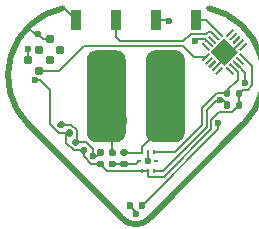
<source format=gbl>
G04 #@! TF.GenerationSoftware,KiCad,Pcbnew,8.0.9-8.0.9-0~ubuntu20.04.1*
G04 #@! TF.CreationDate,2025-12-30T18:39:49+00:00*
G04 #@! TF.ProjectId,nfc-pcb-tag,6e66632d-7063-4622-9d74-61672e6b6963,rev?*
G04 #@! TF.SameCoordinates,Original*
G04 #@! TF.FileFunction,Copper,L2,Bot*
G04 #@! TF.FilePolarity,Positive*
%FSLAX46Y46*%
G04 Gerber Fmt 4.6, Leading zero omitted, Abs format (unit mm)*
G04 Created by KiCad (PCBNEW 8.0.9-8.0.9-0~ubuntu20.04.1) date 2025-12-30 18:39:49*
%MOMM*%
%LPD*%
G01*
G04 APERTURE LIST*
G04 #@! TA.AperFunction,Conductor*
%ADD10C,0.550000*%
G04 #@! TD*
G04 #@! TA.AperFunction,SMDPad,CuDef*
%ADD11R,0.250000X0.400000*%
G04 #@! TD*
G04 #@! TA.AperFunction,SMDPad,CuDef*
%ADD12R,0.400000X0.250000*%
G04 #@! TD*
G04 #@! TA.AperFunction,ConnectorPad*
%ADD13C,0.787400*%
G04 #@! TD*
G04 #@! TA.AperFunction,SMDPad,CuDef*
%ADD14R,0.900000X1.700000*%
G04 #@! TD*
G04 #@! TA.AperFunction,ViaPad*
%ADD15C,0.600000*%
G04 #@! TD*
G04 #@! TA.AperFunction,Conductor*
%ADD16C,0.200000*%
G04 #@! TD*
G04 APERTURE END LIST*
D10*
X63381141Y-40118859D02*
G75*
G02*
X66300000Y-30300000I4118859J4118859D01*
G01*
X63388279Y-40111721D02*
X71250000Y-48000000D01*
X81611721Y-40111721D02*
X73750000Y-48000000D01*
X78700000Y-30300000D02*
G75*
G02*
X81618859Y-40118859I-1200000J-5700000D01*
G01*
X73750000Y-48000000D02*
G75*
G02*
X71250000Y-48000000I-1250000J1000000D01*
G01*
G04 #@! TA.AperFunction,SMDPad,CuDef*
G36*
G01*
X81530000Y-38315000D02*
X81530000Y-38685000D01*
G75*
G02*
X81395000Y-38820000I-135000J0D01*
G01*
X81125000Y-38820000D01*
G75*
G02*
X80990000Y-38685000I0J135000D01*
G01*
X80990000Y-38315000D01*
G75*
G02*
X81125000Y-38180000I135000J0D01*
G01*
X81395000Y-38180000D01*
G75*
G02*
X81530000Y-38315000I0J-135000D01*
G01*
G37*
G04 #@! TD.AperFunction*
G04 #@! TA.AperFunction,SMDPad,CuDef*
G36*
G01*
X80510000Y-38315000D02*
X80510000Y-38685000D01*
G75*
G02*
X80375000Y-38820000I-135000J0D01*
G01*
X80105000Y-38820000D01*
G75*
G02*
X79970000Y-38685000I0J135000D01*
G01*
X79970000Y-38315000D01*
G75*
G02*
X80105000Y-38180000I135000J0D01*
G01*
X80375000Y-38180000D01*
G75*
G02*
X80510000Y-38315000I0J-135000D01*
G01*
G37*
G04 #@! TD.AperFunction*
D11*
X73000000Y-42450000D03*
X73500000Y-42450000D03*
X74000000Y-42450000D03*
D12*
X74250000Y-43250000D03*
D11*
X74000000Y-44050000D03*
X73500000Y-44050000D03*
X73000000Y-44050000D03*
D12*
X72750000Y-43250000D03*
G04 #@! TA.AperFunction,SMDPad,CuDef*
G36*
G01*
X81530000Y-37315000D02*
X81530000Y-37685000D01*
G75*
G02*
X81395000Y-37820000I-135000J0D01*
G01*
X81125000Y-37820000D01*
G75*
G02*
X80990000Y-37685000I0J135000D01*
G01*
X80990000Y-37315000D01*
G75*
G02*
X81125000Y-37180000I135000J0D01*
G01*
X81395000Y-37180000D01*
G75*
G02*
X81530000Y-37315000I0J-135000D01*
G01*
G37*
G04 #@! TD.AperFunction*
G04 #@! TA.AperFunction,SMDPad,CuDef*
G36*
G01*
X80510000Y-37315000D02*
X80510000Y-37685000D01*
G75*
G02*
X80375000Y-37820000I-135000J0D01*
G01*
X80105000Y-37820000D01*
G75*
G02*
X79970000Y-37685000I0J135000D01*
G01*
X79970000Y-37315000D01*
G75*
G02*
X80105000Y-37180000I135000J0D01*
G01*
X80375000Y-37180000D01*
G75*
G02*
X80510000Y-37315000I0J-135000D01*
G01*
G37*
G04 #@! TD.AperFunction*
D13*
X63402962Y-34699013D03*
X64300987Y-35597038D03*
X64300987Y-33800987D03*
X65199013Y-34699013D03*
X65199013Y-32902962D03*
X66097038Y-33800987D03*
D14*
X70800000Y-31300000D03*
X67400000Y-31300000D03*
G04 #@! TA.AperFunction,SMDPad,CuDef*
G36*
G01*
X80724784Y-32073135D02*
X80795494Y-32143845D01*
G75*
G02*
X80795494Y-32214555I-35355J-35355D01*
G01*
X80265164Y-32744885D01*
G75*
G02*
X80194454Y-32744885I-35355J35355D01*
G01*
X80123744Y-32674175D01*
G75*
G02*
X80123744Y-32603465I35355J35355D01*
G01*
X80654074Y-32073135D01*
G75*
G02*
X80724784Y-32073135I35355J-35355D01*
G01*
G37*
G04 #@! TD.AperFunction*
G04 #@! TA.AperFunction,SMDPad,CuDef*
G36*
G01*
X81007627Y-32355977D02*
X81078337Y-32426687D01*
G75*
G02*
X81078337Y-32497397I-35355J-35355D01*
G01*
X80548007Y-33027727D01*
G75*
G02*
X80477297Y-33027727I-35355J35355D01*
G01*
X80406587Y-32957017D01*
G75*
G02*
X80406587Y-32886307I35355J35355D01*
G01*
X80936917Y-32355977D01*
G75*
G02*
X81007627Y-32355977I35355J-35355D01*
G01*
G37*
G04 #@! TD.AperFunction*
G04 #@! TA.AperFunction,SMDPad,CuDef*
G36*
G01*
X81290470Y-32638820D02*
X81361180Y-32709530D01*
G75*
G02*
X81361180Y-32780240I-35355J-35355D01*
G01*
X80830850Y-33310570D01*
G75*
G02*
X80760140Y-33310570I-35355J35355D01*
G01*
X80689430Y-33239860D01*
G75*
G02*
X80689430Y-33169150I35355J35355D01*
G01*
X81219760Y-32638820D01*
G75*
G02*
X81290470Y-32638820I35355J-35355D01*
G01*
G37*
G04 #@! TD.AperFunction*
G04 #@! TA.AperFunction,SMDPad,CuDef*
G36*
G01*
X81573313Y-32921663D02*
X81644023Y-32992373D01*
G75*
G02*
X81644023Y-33063083I-35355J-35355D01*
G01*
X81113693Y-33593413D01*
G75*
G02*
X81042983Y-33593413I-35355J35355D01*
G01*
X80972273Y-33522703D01*
G75*
G02*
X80972273Y-33451993I35355J35355D01*
G01*
X81502603Y-32921663D01*
G75*
G02*
X81573313Y-32921663I35355J-35355D01*
G01*
G37*
G04 #@! TD.AperFunction*
G04 #@! TA.AperFunction,SMDPad,CuDef*
G36*
G01*
X81856155Y-33204506D02*
X81926865Y-33275216D01*
G75*
G02*
X81926865Y-33345926I-35355J-35355D01*
G01*
X81396535Y-33876256D01*
G75*
G02*
X81325825Y-33876256I-35355J35355D01*
G01*
X81255115Y-33805546D01*
G75*
G02*
X81255115Y-33734836I35355J35355D01*
G01*
X81785445Y-33204506D01*
G75*
G02*
X81856155Y-33204506I35355J-35355D01*
G01*
G37*
G04 #@! TD.AperFunction*
G04 #@! TA.AperFunction,SMDPad,CuDef*
G36*
G01*
X81396535Y-34123744D02*
X81926865Y-34654074D01*
G75*
G02*
X81926865Y-34724784I-35355J-35355D01*
G01*
X81856155Y-34795494D01*
G75*
G02*
X81785445Y-34795494I-35355J35355D01*
G01*
X81255115Y-34265164D01*
G75*
G02*
X81255115Y-34194454I35355J35355D01*
G01*
X81325825Y-34123744D01*
G75*
G02*
X81396535Y-34123744I35355J-35355D01*
G01*
G37*
G04 #@! TD.AperFunction*
G04 #@! TA.AperFunction,SMDPad,CuDef*
G36*
G01*
X81113693Y-34406587D02*
X81644023Y-34936917D01*
G75*
G02*
X81644023Y-35007627I-35355J-35355D01*
G01*
X81573313Y-35078337D01*
G75*
G02*
X81502603Y-35078337I-35355J35355D01*
G01*
X80972273Y-34548007D01*
G75*
G02*
X80972273Y-34477297I35355J35355D01*
G01*
X81042983Y-34406587D01*
G75*
G02*
X81113693Y-34406587I35355J-35355D01*
G01*
G37*
G04 #@! TD.AperFunction*
G04 #@! TA.AperFunction,SMDPad,CuDef*
G36*
G01*
X80830850Y-34689430D02*
X81361180Y-35219760D01*
G75*
G02*
X81361180Y-35290470I-35355J-35355D01*
G01*
X81290470Y-35361180D01*
G75*
G02*
X81219760Y-35361180I-35355J35355D01*
G01*
X80689430Y-34830850D01*
G75*
G02*
X80689430Y-34760140I35355J35355D01*
G01*
X80760140Y-34689430D01*
G75*
G02*
X80830850Y-34689430I35355J-35355D01*
G01*
G37*
G04 #@! TD.AperFunction*
G04 #@! TA.AperFunction,SMDPad,CuDef*
G36*
G01*
X80548007Y-34972273D02*
X81078337Y-35502603D01*
G75*
G02*
X81078337Y-35573313I-35355J-35355D01*
G01*
X81007627Y-35644023D01*
G75*
G02*
X80936917Y-35644023I-35355J35355D01*
G01*
X80406587Y-35113693D01*
G75*
G02*
X80406587Y-35042983I35355J35355D01*
G01*
X80477297Y-34972273D01*
G75*
G02*
X80548007Y-34972273I35355J-35355D01*
G01*
G37*
G04 #@! TD.AperFunction*
G04 #@! TA.AperFunction,SMDPad,CuDef*
G36*
G01*
X80265164Y-35255115D02*
X80795494Y-35785445D01*
G75*
G02*
X80795494Y-35856155I-35355J-35355D01*
G01*
X80724784Y-35926865D01*
G75*
G02*
X80654074Y-35926865I-35355J35355D01*
G01*
X80123744Y-35396535D01*
G75*
G02*
X80123744Y-35325825I35355J35355D01*
G01*
X80194454Y-35255115D01*
G75*
G02*
X80265164Y-35255115I35355J-35355D01*
G01*
G37*
G04 #@! TD.AperFunction*
G04 #@! TA.AperFunction,SMDPad,CuDef*
G36*
G01*
X79805546Y-35255115D02*
X79876256Y-35325825D01*
G75*
G02*
X79876256Y-35396535I-35355J-35355D01*
G01*
X79345926Y-35926865D01*
G75*
G02*
X79275216Y-35926865I-35355J35355D01*
G01*
X79204506Y-35856155D01*
G75*
G02*
X79204506Y-35785445I35355J35355D01*
G01*
X79734836Y-35255115D01*
G75*
G02*
X79805546Y-35255115I35355J-35355D01*
G01*
G37*
G04 #@! TD.AperFunction*
G04 #@! TA.AperFunction,SMDPad,CuDef*
G36*
G01*
X79522703Y-34972273D02*
X79593413Y-35042983D01*
G75*
G02*
X79593413Y-35113693I-35355J-35355D01*
G01*
X79063083Y-35644023D01*
G75*
G02*
X78992373Y-35644023I-35355J35355D01*
G01*
X78921663Y-35573313D01*
G75*
G02*
X78921663Y-35502603I35355J35355D01*
G01*
X79451993Y-34972273D01*
G75*
G02*
X79522703Y-34972273I35355J-35355D01*
G01*
G37*
G04 #@! TD.AperFunction*
G04 #@! TA.AperFunction,SMDPad,CuDef*
G36*
G01*
X79239860Y-34689430D02*
X79310570Y-34760140D01*
G75*
G02*
X79310570Y-34830850I-35355J-35355D01*
G01*
X78780240Y-35361180D01*
G75*
G02*
X78709530Y-35361180I-35355J35355D01*
G01*
X78638820Y-35290470D01*
G75*
G02*
X78638820Y-35219760I35355J35355D01*
G01*
X79169150Y-34689430D01*
G75*
G02*
X79239860Y-34689430I35355J-35355D01*
G01*
G37*
G04 #@! TD.AperFunction*
G04 #@! TA.AperFunction,SMDPad,CuDef*
G36*
G01*
X78957017Y-34406587D02*
X79027727Y-34477297D01*
G75*
G02*
X79027727Y-34548007I-35355J-35355D01*
G01*
X78497397Y-35078337D01*
G75*
G02*
X78426687Y-35078337I-35355J35355D01*
G01*
X78355977Y-35007627D01*
G75*
G02*
X78355977Y-34936917I35355J35355D01*
G01*
X78886307Y-34406587D01*
G75*
G02*
X78957017Y-34406587I35355J-35355D01*
G01*
G37*
G04 #@! TD.AperFunction*
G04 #@! TA.AperFunction,SMDPad,CuDef*
G36*
G01*
X78674175Y-34123744D02*
X78744885Y-34194454D01*
G75*
G02*
X78744885Y-34265164I-35355J-35355D01*
G01*
X78214555Y-34795494D01*
G75*
G02*
X78143845Y-34795494I-35355J35355D01*
G01*
X78073135Y-34724784D01*
G75*
G02*
X78073135Y-34654074I35355J35355D01*
G01*
X78603465Y-34123744D01*
G75*
G02*
X78674175Y-34123744I35355J-35355D01*
G01*
G37*
G04 #@! TD.AperFunction*
G04 #@! TA.AperFunction,SMDPad,CuDef*
G36*
G01*
X78214555Y-33204506D02*
X78744885Y-33734836D01*
G75*
G02*
X78744885Y-33805546I-35355J-35355D01*
G01*
X78674175Y-33876256D01*
G75*
G02*
X78603465Y-33876256I-35355J35355D01*
G01*
X78073135Y-33345926D01*
G75*
G02*
X78073135Y-33275216I35355J35355D01*
G01*
X78143845Y-33204506D01*
G75*
G02*
X78214555Y-33204506I35355J-35355D01*
G01*
G37*
G04 #@! TD.AperFunction*
G04 #@! TA.AperFunction,SMDPad,CuDef*
G36*
G01*
X78497397Y-32921663D02*
X79027727Y-33451993D01*
G75*
G02*
X79027727Y-33522703I-35355J-35355D01*
G01*
X78957017Y-33593413D01*
G75*
G02*
X78886307Y-33593413I-35355J35355D01*
G01*
X78355977Y-33063083D01*
G75*
G02*
X78355977Y-32992373I35355J35355D01*
G01*
X78426687Y-32921663D01*
G75*
G02*
X78497397Y-32921663I35355J-35355D01*
G01*
G37*
G04 #@! TD.AperFunction*
G04 #@! TA.AperFunction,SMDPad,CuDef*
G36*
G01*
X78780240Y-32638820D02*
X79310570Y-33169150D01*
G75*
G02*
X79310570Y-33239860I-35355J-35355D01*
G01*
X79239860Y-33310570D01*
G75*
G02*
X79169150Y-33310570I-35355J35355D01*
G01*
X78638820Y-32780240D01*
G75*
G02*
X78638820Y-32709530I35355J35355D01*
G01*
X78709530Y-32638820D01*
G75*
G02*
X78780240Y-32638820I35355J-35355D01*
G01*
G37*
G04 #@! TD.AperFunction*
G04 #@! TA.AperFunction,SMDPad,CuDef*
G36*
G01*
X79063083Y-32355977D02*
X79593413Y-32886307D01*
G75*
G02*
X79593413Y-32957017I-35355J-35355D01*
G01*
X79522703Y-33027727D01*
G75*
G02*
X79451993Y-33027727I-35355J35355D01*
G01*
X78921663Y-32497397D01*
G75*
G02*
X78921663Y-32426687I35355J35355D01*
G01*
X78992373Y-32355977D01*
G75*
G02*
X79063083Y-32355977I35355J-35355D01*
G01*
G37*
G04 #@! TD.AperFunction*
G04 #@! TA.AperFunction,SMDPad,CuDef*
G36*
G01*
X79345926Y-32073135D02*
X79876256Y-32603465D01*
G75*
G02*
X79876256Y-32674175I-35355J-35355D01*
G01*
X79805546Y-32744885D01*
G75*
G02*
X79734836Y-32744885I-35355J35355D01*
G01*
X79204506Y-32214555D01*
G75*
G02*
X79204506Y-32143845I35355J35355D01*
G01*
X79275216Y-32073135D01*
G75*
G02*
X79345926Y-32073135I35355J-35355D01*
G01*
G37*
G04 #@! TD.AperFunction*
G04 #@! TA.AperFunction,HeatsinkPad*
G36*
X80000000Y-32833274D02*
G01*
X81166726Y-34000000D01*
X80000000Y-35166726D01*
X78833274Y-34000000D01*
X80000000Y-32833274D01*
G37*
G04 #@! TD.AperFunction*
G04 #@! TA.AperFunction,SMDPad,CuDef*
G36*
G01*
X67157609Y-40917193D02*
X66917193Y-41157609D01*
G75*
G02*
X66719203Y-41157609I-98995J98995D01*
G01*
X66521213Y-40959619D01*
G75*
G02*
X66521213Y-40761629I98995J98995D01*
G01*
X66761629Y-40521213D01*
G75*
G02*
X66959619Y-40521213I98995J-98995D01*
G01*
X67157609Y-40719203D01*
G75*
G02*
X67157609Y-40917193I-98995J-98995D01*
G01*
G37*
G04 #@! TD.AperFunction*
G04 #@! TA.AperFunction,SMDPad,CuDef*
G36*
G01*
X66478787Y-40238371D02*
X66238371Y-40478787D01*
G75*
G02*
X66040381Y-40478787I-98995J98995D01*
G01*
X65842391Y-40280797D01*
G75*
G02*
X65842391Y-40082807I98995J98995D01*
G01*
X66082807Y-39842391D01*
G75*
G02*
X66280797Y-39842391I98995J-98995D01*
G01*
X66478787Y-40040381D01*
G75*
G02*
X66478787Y-40238371I-98995J-98995D01*
G01*
G37*
G04 #@! TD.AperFunction*
G04 #@! TA.AperFunction,SMDPad,CuDef*
G36*
G01*
X68407609Y-42417193D02*
X68167193Y-42657609D01*
G75*
G02*
X67969203Y-42657609I-98995J98995D01*
G01*
X67771213Y-42459619D01*
G75*
G02*
X67771213Y-42261629I98995J98995D01*
G01*
X68011629Y-42021213D01*
G75*
G02*
X68209619Y-42021213I98995J-98995D01*
G01*
X68407609Y-42219203D01*
G75*
G02*
X68407609Y-42417193I-98995J-98995D01*
G01*
G37*
G04 #@! TD.AperFunction*
G04 #@! TA.AperFunction,SMDPad,CuDef*
G36*
G01*
X67728787Y-41738371D02*
X67488371Y-41978787D01*
G75*
G02*
X67290381Y-41978787I-98995J98995D01*
G01*
X67092391Y-41780797D01*
G75*
G02*
X67092391Y-41582807I98995J98995D01*
G01*
X67332807Y-41342391D01*
G75*
G02*
X67530797Y-41342391I98995J-98995D01*
G01*
X67728787Y-41540381D01*
G75*
G02*
X67728787Y-41738371I-98995J-98995D01*
G01*
G37*
G04 #@! TD.AperFunction*
X77600000Y-31300000D03*
X74200000Y-31300000D03*
G04 #@! TA.AperFunction,SMDPad,CuDef*
G36*
G01*
X73280000Y-46815000D02*
X73280000Y-47185000D01*
G75*
G02*
X73145000Y-47320000I-135000J0D01*
G01*
X72875000Y-47320000D01*
G75*
G02*
X72740000Y-47185000I0J135000D01*
G01*
X72740000Y-46815000D01*
G75*
G02*
X72875000Y-46680000I135000J0D01*
G01*
X73145000Y-46680000D01*
G75*
G02*
X73280000Y-46815000I0J-135000D01*
G01*
G37*
G04 #@! TD.AperFunction*
G04 #@! TA.AperFunction,SMDPad,CuDef*
G36*
G01*
X72260000Y-46815000D02*
X72260000Y-47185000D01*
G75*
G02*
X72125000Y-47320000I-135000J0D01*
G01*
X71855000Y-47320000D01*
G75*
G02*
X71720000Y-47185000I0J135000D01*
G01*
X71720000Y-46815000D01*
G75*
G02*
X71855000Y-46680000I135000J0D01*
G01*
X72125000Y-46680000D01*
G75*
G02*
X72260000Y-46815000I0J-135000D01*
G01*
G37*
G04 #@! TD.AperFunction*
G04 #@! TA.AperFunction,SMDPad,CuDef*
G36*
G01*
X70330000Y-42240000D02*
X70670000Y-42240000D01*
G75*
G02*
X70810000Y-42380000I0J-140000D01*
G01*
X70810000Y-42660000D01*
G75*
G02*
X70670000Y-42800000I-140000J0D01*
G01*
X70330000Y-42800000D01*
G75*
G02*
X70190000Y-42660000I0J140000D01*
G01*
X70190000Y-42380000D01*
G75*
G02*
X70330000Y-42240000I140000J0D01*
G01*
G37*
G04 #@! TD.AperFunction*
G04 #@! TA.AperFunction,SMDPad,CuDef*
G36*
G01*
X70330000Y-43200000D02*
X70670000Y-43200000D01*
G75*
G02*
X70810000Y-43340000I0J-140000D01*
G01*
X70810000Y-43620000D01*
G75*
G02*
X70670000Y-43760000I-140000J0D01*
G01*
X70330000Y-43760000D01*
G75*
G02*
X70190000Y-43620000I0J140000D01*
G01*
X70190000Y-43340000D01*
G75*
G02*
X70330000Y-43200000I140000J0D01*
G01*
G37*
G04 #@! TD.AperFunction*
G04 #@! TA.AperFunction,SMDPad,CuDef*
G36*
G01*
X71670000Y-43760000D02*
X71330000Y-43760000D01*
G75*
G02*
X71190000Y-43620000I0J140000D01*
G01*
X71190000Y-43340000D01*
G75*
G02*
X71330000Y-43200000I140000J0D01*
G01*
X71670000Y-43200000D01*
G75*
G02*
X71810000Y-43340000I0J-140000D01*
G01*
X71810000Y-43620000D01*
G75*
G02*
X71670000Y-43760000I-140000J0D01*
G01*
G37*
G04 #@! TD.AperFunction*
G04 #@! TA.AperFunction,SMDPad,CuDef*
G36*
G01*
X71670000Y-42800000D02*
X71330000Y-42800000D01*
G75*
G02*
X71190000Y-42660000I0J140000D01*
G01*
X71190000Y-42380000D01*
G75*
G02*
X71330000Y-42240000I140000J0D01*
G01*
X71670000Y-42240000D01*
G75*
G02*
X71810000Y-42380000I0J-140000D01*
G01*
X71810000Y-42660000D01*
G75*
G02*
X71670000Y-42800000I-140000J0D01*
G01*
G37*
G04 #@! TD.AperFunction*
G04 #@! TA.AperFunction,SMDPad,CuDef*
G36*
G01*
X69670000Y-43760000D02*
X69330000Y-43760000D01*
G75*
G02*
X69190000Y-43620000I0J140000D01*
G01*
X69190000Y-43340000D01*
G75*
G02*
X69330000Y-43200000I140000J0D01*
G01*
X69670000Y-43200000D01*
G75*
G02*
X69810000Y-43340000I0J-140000D01*
G01*
X69810000Y-43620000D01*
G75*
G02*
X69670000Y-43760000I-140000J0D01*
G01*
G37*
G04 #@! TD.AperFunction*
G04 #@! TA.AperFunction,SMDPad,CuDef*
G36*
G01*
X69670000Y-42800000D02*
X69330000Y-42800000D01*
G75*
G02*
X69190000Y-42660000I0J140000D01*
G01*
X69190000Y-42380000D01*
G75*
G02*
X69330000Y-42240000I140000J0D01*
G01*
X69670000Y-42240000D01*
G75*
G02*
X69810000Y-42380000I0J-140000D01*
G01*
X69810000Y-42660000D01*
G75*
G02*
X69670000Y-42800000I-140000J0D01*
G01*
G37*
G04 #@! TD.AperFunction*
G04 #@! TA.AperFunction,SMDPad,CuDef*
G36*
G01*
X71650000Y-34675000D02*
X71650000Y-40825000D01*
G75*
G02*
X70825000Y-41650000I-825000J0D01*
G01*
X69175000Y-41650000D01*
G75*
G02*
X68350000Y-40825000I0J825000D01*
G01*
X68350000Y-34675000D01*
G75*
G02*
X69175000Y-33850000I825000J0D01*
G01*
X70825000Y-33850000D01*
G75*
G02*
X71650000Y-34675000I0J-825000D01*
G01*
G37*
G04 #@! TD.AperFunction*
G04 #@! TA.AperFunction,SMDPad,CuDef*
G36*
G01*
X76650000Y-34675000D02*
X76650000Y-40825000D01*
G75*
G02*
X75825000Y-41650000I-825000J0D01*
G01*
X74175000Y-41650000D01*
G75*
G02*
X73350000Y-40825000I0J825000D01*
G01*
X73350000Y-34675000D01*
G75*
G02*
X74175000Y-33850000I825000J0D01*
G01*
X75825000Y-33850000D01*
G75*
G02*
X76650000Y-34675000I0J-825000D01*
G01*
G37*
G04 #@! TD.AperFunction*
D15*
X64250000Y-32500000D03*
X68864265Y-42765735D03*
X73500000Y-43250000D03*
X75300000Y-31400000D03*
X80250000Y-34000000D03*
X63409090Y-33744213D03*
X63933257Y-36411578D03*
X72500000Y-47750000D03*
X81761119Y-36587409D03*
X79625347Y-38104555D03*
X77474265Y-33069799D03*
X79500000Y-40000000D03*
D16*
X71500000Y-42520000D02*
X72930000Y-42520000D01*
X73000000Y-42450000D02*
X73000000Y-42025000D01*
X72930000Y-42520000D02*
X73000000Y-42450000D01*
X75000000Y-40025000D02*
X75000000Y-37750000D01*
X73000000Y-42025000D02*
X75000000Y-40025000D01*
X79138881Y-35426805D02*
X80250000Y-34315686D01*
X67501358Y-40638688D02*
X67023259Y-40160589D01*
X81723442Y-40000000D02*
X81861721Y-39861721D01*
X75200000Y-31300000D02*
X75300000Y-31400000D01*
X67410589Y-41589411D02*
X67501358Y-41498642D01*
X68864265Y-42251595D02*
X68273259Y-41660589D01*
X67501358Y-41498642D02*
X67501358Y-40638688D01*
X74200000Y-31300000D02*
X75200000Y-31300000D01*
X65199013Y-32902962D02*
X64652962Y-32902962D01*
X67023259Y-40160589D02*
X66160589Y-40160589D01*
X67410589Y-41660589D02*
X67410589Y-41589411D01*
X67400000Y-31300000D02*
X66400000Y-30300000D01*
X63924985Y-32500000D02*
X63361073Y-31936088D01*
X68864265Y-42765735D02*
X69254265Y-42765735D01*
X68864265Y-42765735D02*
X68864265Y-42251595D01*
X80250000Y-34315686D02*
X80250000Y-34000000D01*
X63500000Y-40000000D02*
X63388279Y-40111721D01*
X64300000Y-32500000D02*
X63924985Y-32500000D01*
X64652962Y-32902962D02*
X64250000Y-32500000D01*
X73500000Y-42450000D02*
X73500000Y-43250000D01*
X69254265Y-42765735D02*
X69500000Y-42520000D01*
X80565686Y-34000000D02*
X80250000Y-34000000D01*
X81308148Y-33257538D02*
X80565686Y-34000000D01*
X68273259Y-41660589D02*
X67410589Y-41660589D01*
X67226741Y-42339411D02*
X68089411Y-42339411D01*
X81260000Y-38500000D02*
X81260000Y-37500000D01*
X73575000Y-44550000D02*
X73500000Y-44475000D01*
X65976741Y-40839411D02*
X65250000Y-40112670D01*
X66839411Y-40839411D02*
X65976741Y-40839411D01*
X65250000Y-40112670D02*
X65250000Y-37250000D01*
X81260000Y-38500000D02*
X80640000Y-39120000D01*
X82361119Y-35229748D02*
X81590990Y-34459619D01*
X79531471Y-39120000D02*
X78900000Y-39751471D01*
X68730000Y-43480000D02*
X69500000Y-43480000D01*
X64411578Y-36411578D02*
X65250000Y-37250000D01*
X82361119Y-36835938D02*
X82361119Y-35229748D01*
X63402962Y-34699013D02*
X63402962Y-33750341D01*
X73500000Y-44475000D02*
X73500000Y-44050000D01*
X68089411Y-42339411D02*
X68089411Y-42839411D01*
X73510000Y-44060000D02*
X70080000Y-44060000D01*
X80640000Y-39120000D02*
X79531471Y-39120000D01*
X81572591Y-37187409D02*
X82009648Y-37187409D01*
X70080000Y-44060000D02*
X69500000Y-43480000D01*
X63402962Y-33750341D02*
X63409090Y-33744213D01*
X66620208Y-41732878D02*
X67226741Y-42339411D01*
X74894314Y-44550000D02*
X73575000Y-44550000D01*
X78900000Y-40544314D02*
X74894314Y-44550000D01*
X63933257Y-36411578D02*
X64411578Y-36411578D01*
X68089411Y-42839411D02*
X68730000Y-43480000D01*
X81260000Y-37500000D02*
X81572591Y-37187409D01*
X82009648Y-37187409D02*
X82361119Y-36835938D01*
X78900000Y-39751471D02*
X78900000Y-40544314D01*
X66839411Y-40839411D02*
X66620208Y-41058614D01*
X66620208Y-41058614D02*
X66620208Y-41732878D01*
X72500000Y-47510000D02*
X71990000Y-47000000D01*
X72500000Y-47750000D02*
X72500000Y-47510000D01*
X80240000Y-37260000D02*
X81111119Y-36388881D01*
X78100000Y-40147870D02*
X78100000Y-38781372D01*
X74000000Y-42450000D02*
X75797870Y-42450000D01*
X79381372Y-37500000D02*
X80240000Y-37500000D01*
X81111119Y-35676805D02*
X80742462Y-35308148D01*
X81111119Y-36388881D02*
X81111119Y-35676805D01*
X75797870Y-42450000D02*
X78100000Y-40147870D01*
X80240000Y-37500000D02*
X80240000Y-37260000D01*
X78100000Y-38781372D02*
X79381372Y-37500000D01*
X81761119Y-36587409D02*
X81761119Y-35761119D01*
X74828628Y-44050000D02*
X74000000Y-44050000D01*
X79342503Y-38104555D02*
X78500000Y-38947058D01*
X79625347Y-38104555D02*
X79844555Y-38104555D01*
X78500000Y-40378628D02*
X74828628Y-44050000D01*
X78500000Y-38947058D02*
X78500000Y-40378628D01*
X79625347Y-38104555D02*
X79342503Y-38104555D01*
X79844555Y-38104555D02*
X80240000Y-38500000D01*
X81761119Y-35761119D02*
X81025305Y-35025305D01*
X66035238Y-35597038D02*
X64300987Y-35597038D01*
X78409010Y-34459619D02*
X77459619Y-34459619D01*
X68132276Y-33500000D02*
X66035238Y-35597038D01*
X77459619Y-34459619D02*
X76500000Y-33500000D01*
X76500000Y-33500000D02*
X68132276Y-33500000D01*
X78431371Y-31300000D02*
X77600000Y-31300000D01*
X79540381Y-32409010D02*
X78431371Y-31300000D01*
X71200000Y-33100000D02*
X76500000Y-33100000D01*
X70800000Y-31350000D02*
X70800000Y-32700000D01*
X70800000Y-32700000D02*
X71200000Y-33100000D01*
X78450000Y-32450000D02*
X78600000Y-32300000D01*
X77150000Y-32450000D02*
X78450000Y-32450000D01*
X78865686Y-32300000D02*
X79257538Y-32691852D01*
X78600000Y-32300000D02*
X78865686Y-32300000D01*
X76500000Y-33100000D02*
X77150000Y-32450000D01*
X79500000Y-40000000D02*
X79500000Y-40510000D01*
X79500000Y-40510000D02*
X73010000Y-47000000D01*
X78323196Y-32888881D02*
X78691852Y-33257538D01*
X77655183Y-32888881D02*
X78323196Y-32888881D01*
X77474265Y-33069799D02*
X77655183Y-32888881D01*
X72520000Y-43480000D02*
X72750000Y-43250000D01*
X71500000Y-43480000D02*
X72520000Y-43480000D01*
X70500000Y-43480000D02*
X71500000Y-43480000D01*
X70500000Y-38250000D02*
X70000000Y-37750000D01*
X70500000Y-42520000D02*
X70500000Y-38250000D01*
X71700000Y-39500000D02*
X71700000Y-40000000D01*
M02*

</source>
